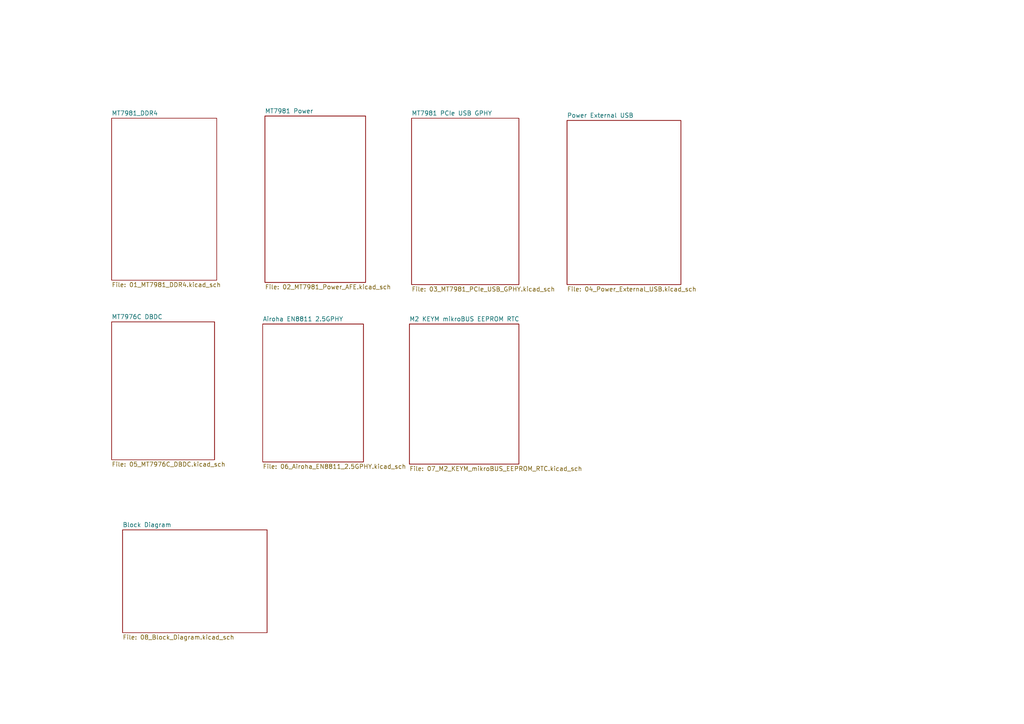
<source format=kicad_sch>
(kicad_sch
	(version 20231120)
	(generator "eeschema")
	(generator_version "8.0")
	(uuid "bcf22526-2d76-4559-b317-d75f9e8664c9")
	(paper "A4")
	(lib_symbols)
	(sheet
		(at 118.745 93.98)
		(size 31.75 40.64)
		(fields_autoplaced yes)
		(stroke
			(width 0.1524)
			(type solid)
		)
		(fill
			(color 0 0 0 0.0000)
		)
		(uuid "2c4f301c-778e-4839-8504-8acfdbd4f834")
		(property "Sheetname" "M2 KEYM mikroBUS EEPROM RTC"
			(at 118.745 93.2684 0)
			(effects
				(font
					(size 1.27 1.27)
				)
				(justify left bottom)
			)
		)
		(property "Sheetfile" "07_M2_KEYM_mikroBUS_EEPROM_RTC.kicad_sch"
			(at 118.745 135.2046 0)
			(effects
				(font
					(size 1.27 1.27)
				)
				(justify left top)
			)
		)
		(instances
			(project "OpenWrt_ONE"
				(path "/bcf22526-2d76-4559-b317-d75f9e8664c9"
					(page "8")
				)
			)
		)
	)
	(sheet
		(at 32.385 93.345)
		(size 29.845 40.005)
		(fields_autoplaced yes)
		(stroke
			(width 0.1524)
			(type solid)
		)
		(fill
			(color 0 0 0 0.0000)
		)
		(uuid "30012752-797c-4a4f-9762-df9b4b2170e8")
		(property "Sheetname" "MT7976C DBDC"
			(at 32.385 92.6334 0)
			(effects
				(font
					(size 1.27 1.27)
				)
				(justify left bottom)
			)
		)
		(property "Sheetfile" "05_MT7976C_DBDC.kicad_sch"
			(at 32.385 133.9346 0)
			(effects
				(font
					(size 1.27 1.27)
				)
				(justify left top)
			)
		)
		(instances
			(project "OpenWrt_ONE"
				(path "/bcf22526-2d76-4559-b317-d75f9e8664c9"
					(page "6")
				)
			)
		)
	)
	(sheet
		(at 35.56 153.67)
		(size 41.91 29.845)
		(fields_autoplaced yes)
		(stroke
			(width 0.1524)
			(type solid)
		)
		(fill
			(color 0 0 0 0.0000)
		)
		(uuid "68789ce7-aab0-4007-910e-814a8c7dac8a")
		(property "Sheetname" "Block Diagram"
			(at 35.56 152.9584 0)
			(effects
				(font
					(size 1.27 1.27)
				)
				(justify left bottom)
			)
		)
		(property "Sheetfile" "08_Block_Diagram.kicad_sch"
			(at 35.56 184.0996 0)
			(effects
				(font
					(size 1.27 1.27)
				)
				(justify left top)
			)
		)
		(instances
			(project "OpenWrt_ONE"
				(path "/bcf22526-2d76-4559-b317-d75f9e8664c9"
					(page "9")
				)
			)
		)
	)
	(sheet
		(at 119.38 34.29)
		(size 31.115 48.26)
		(fields_autoplaced yes)
		(stroke
			(width 0.1524)
			(type solid)
		)
		(fill
			(color 0 0 0 0.0000)
		)
		(uuid "6b6b3bb7-9daf-4024-b17f-9644129d9d09")
		(property "Sheetname" "MT7981 PCIe USB GPHY"
			(at 119.38 33.5784 0)
			(effects
				(font
					(size 1.27 1.27)
				)
				(justify left bottom)
			)
		)
		(property "Sheetfile" "03_MT7981_PCIe_USB_GPHY.kicad_sch"
			(at 119.38 83.1346 0)
			(effects
				(font
					(size 1.27 1.27)
				)
				(justify left top)
			)
		)
		(instances
			(project "OpenWrt_ONE"
				(path "/bcf22526-2d76-4559-b317-d75f9e8664c9"
					(page "4")
				)
			)
		)
	)
	(sheet
		(at 32.385 34.29)
		(size 30.48 46.99)
		(fields_autoplaced yes)
		(stroke
			(width 0.1524)
			(type solid)
		)
		(fill
			(color 0 0 0 0.0000)
		)
		(uuid "7ed4404f-24d3-4cf7-b5f3-499b561d47bd")
		(property "Sheetname" "MT7981_DDR4"
			(at 32.385 33.5784 0)
			(effects
				(font
					(size 1.27 1.27)
				)
				(justify left bottom)
			)
		)
		(property "Sheetfile" "01_MT7981_DDR4.kicad_sch"
			(at 32.385 81.8646 0)
			(effects
				(font
					(size 1.27 1.27)
				)
				(justify left top)
			)
		)
		(instances
			(project "OpenWrt_ONE"
				(path "/bcf22526-2d76-4559-b317-d75f9e8664c9"
					(page "2")
				)
			)
		)
	)
	(sheet
		(at 164.465 34.925)
		(size 33.02 47.625)
		(fields_autoplaced yes)
		(stroke
			(width 0.1524)
			(type solid)
		)
		(fill
			(color 0 0 0 0.0000)
		)
		(uuid "805d00f9-5815-4365-999b-efe2ed9ce289")
		(property "Sheetname" "Power External USB"
			(at 164.465 34.2134 0)
			(effects
				(font
					(size 1.27 1.27)
				)
				(justify left bottom)
			)
		)
		(property "Sheetfile" "04_Power_External_USB.kicad_sch"
			(at 164.465 83.1346 0)
			(effects
				(font
					(size 1.27 1.27)
				)
				(justify left top)
			)
		)
		(instances
			(project "OpenWrt_ONE"
				(path "/bcf22526-2d76-4559-b317-d75f9e8664c9"
					(page "5")
				)
			)
		)
	)
	(sheet
		(at 76.835 33.655)
		(size 29.21 48.26)
		(fields_autoplaced yes)
		(stroke
			(width 0.1524)
			(type solid)
		)
		(fill
			(color 0 0 0 0.0000)
		)
		(uuid "963f0628-3722-499e-b243-a3c227bb97e3")
		(property "Sheetname" "MT7981 Power"
			(at 76.835 32.9434 0)
			(effects
				(font
					(size 1.27 1.27)
				)
				(justify left bottom)
			)
		)
		(property "Sheetfile" "02_MT7981_Power_AFE.kicad_sch"
			(at 76.835 82.4996 0)
			(effects
				(font
					(size 1.27 1.27)
				)
				(justify left top)
			)
		)
		(instances
			(project "OpenWrt_ONE"
				(path "/bcf22526-2d76-4559-b317-d75f9e8664c9"
					(page "3")
				)
			)
		)
	)
	(sheet
		(at 76.2 93.98)
		(size 29.21 40.005)
		(fields_autoplaced yes)
		(stroke
			(width 0.1524)
			(type solid)
		)
		(fill
			(color 0 0 0 0.0000)
		)
		(uuid "b8f1d6b9-ba47-4b41-92ce-cd9115750e28")
		(property "Sheetname" "Airoha EN8811 2.5GPHY"
			(at 76.2 93.2684 0)
			(effects
				(font
					(size 1.27 1.27)
				)
				(justify left bottom)
			)
		)
		(property "Sheetfile" "06_Airoha_EN8811_2.5GPHY.kicad_sch"
			(at 76.2 134.5696 0)
			(effects
				(font
					(size 1.27 1.27)
				)
				(justify left top)
			)
		)
		(instances
			(project "OpenWrt_ONE"
				(path "/bcf22526-2d76-4559-b317-d75f9e8664c9"
					(page "7")
				)
			)
		)
	)
	(sheet_instances
		(path "/"
			(page "1")
		)
	)
)

</source>
